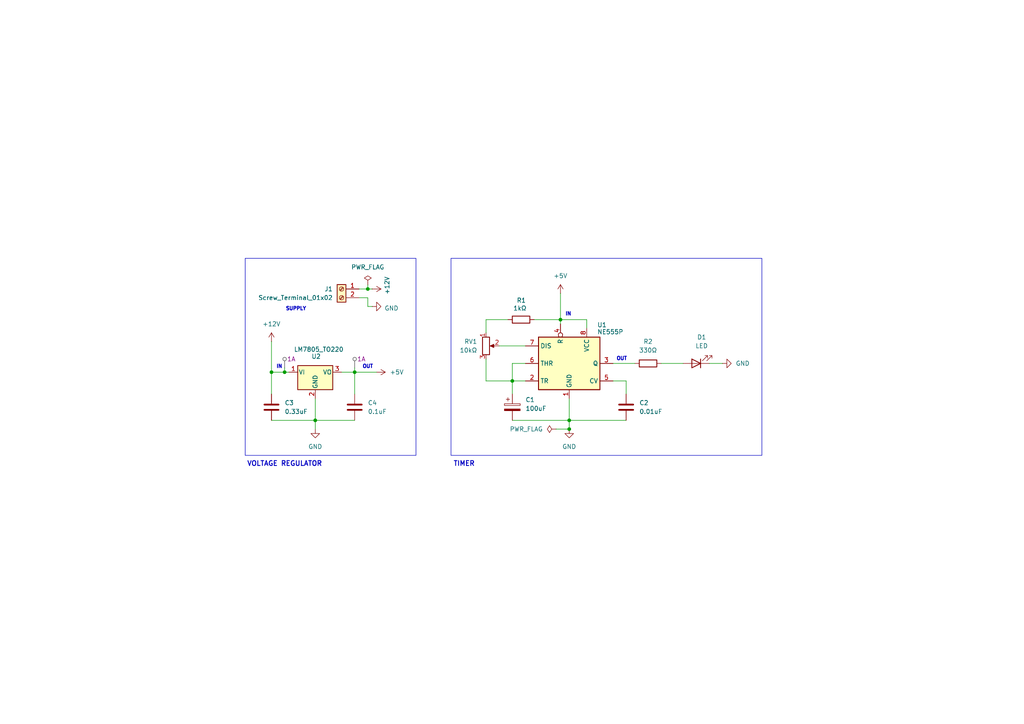
<source format=kicad_sch>
(kicad_sch
	(version 20250114)
	(generator "eeschema")
	(generator_version "9.0")
	(uuid "cf083ec5-339a-454b-bc6b-fb058c843906")
	(paper "A4")
	(title_block
		(title "555-Regulator-Timer")
		(date "12/27/2025")
		(company "Giovanna Lima Barrada")
		(comment 1 "@giovannabarrada")
	)
	(lib_symbols
		(symbol "Connector:Screw_Terminal_01x02"
			(pin_names
				(offset 1.016)
				(hide yes)
			)
			(exclude_from_sim no)
			(in_bom yes)
			(on_board yes)
			(property "Reference" "J"
				(at 0 2.54 0)
				(effects
					(font
						(size 1.27 1.27)
					)
				)
			)
			(property "Value" "Screw_Terminal_01x02"
				(at 0 -5.08 0)
				(effects
					(font
						(size 1.27 1.27)
					)
				)
			)
			(property "Footprint" ""
				(at 0 0 0)
				(effects
					(font
						(size 1.27 1.27)
					)
					(hide yes)
				)
			)
			(property "Datasheet" "~"
				(at 0 0 0)
				(effects
					(font
						(size 1.27 1.27)
					)
					(hide yes)
				)
			)
			(property "Description" "Generic screw terminal, single row, 01x02, script generated (kicad-library-utils/schlib/autogen/connector/)"
				(at 0 0 0)
				(effects
					(font
						(size 1.27 1.27)
					)
					(hide yes)
				)
			)
			(property "ki_keywords" "screw terminal"
				(at 0 0 0)
				(effects
					(font
						(size 1.27 1.27)
					)
					(hide yes)
				)
			)
			(property "ki_fp_filters" "TerminalBlock*:*"
				(at 0 0 0)
				(effects
					(font
						(size 1.27 1.27)
					)
					(hide yes)
				)
			)
			(symbol "Screw_Terminal_01x02_1_1"
				(rectangle
					(start -1.27 1.27)
					(end 1.27 -3.81)
					(stroke
						(width 0.254)
						(type default)
					)
					(fill
						(type background)
					)
				)
				(polyline
					(pts
						(xy -0.5334 0.3302) (xy 0.3302 -0.508)
					)
					(stroke
						(width 0.1524)
						(type default)
					)
					(fill
						(type none)
					)
				)
				(polyline
					(pts
						(xy -0.5334 -2.2098) (xy 0.3302 -3.048)
					)
					(stroke
						(width 0.1524)
						(type default)
					)
					(fill
						(type none)
					)
				)
				(polyline
					(pts
						(xy -0.3556 0.508) (xy 0.508 -0.3302)
					)
					(stroke
						(width 0.1524)
						(type default)
					)
					(fill
						(type none)
					)
				)
				(polyline
					(pts
						(xy -0.3556 -2.032) (xy 0.508 -2.8702)
					)
					(stroke
						(width 0.1524)
						(type default)
					)
					(fill
						(type none)
					)
				)
				(circle
					(center 0 0)
					(radius 0.635)
					(stroke
						(width 0.1524)
						(type default)
					)
					(fill
						(type none)
					)
				)
				(circle
					(center 0 -2.54)
					(radius 0.635)
					(stroke
						(width 0.1524)
						(type default)
					)
					(fill
						(type none)
					)
				)
				(pin passive line
					(at -5.08 0 0)
					(length 3.81)
					(name "Pin_1"
						(effects
							(font
								(size 1.27 1.27)
							)
						)
					)
					(number "1"
						(effects
							(font
								(size 1.27 1.27)
							)
						)
					)
				)
				(pin passive line
					(at -5.08 -2.54 0)
					(length 3.81)
					(name "Pin_2"
						(effects
							(font
								(size 1.27 1.27)
							)
						)
					)
					(number "2"
						(effects
							(font
								(size 1.27 1.27)
							)
						)
					)
				)
			)
			(embedded_fonts no)
		)
		(symbol "Device:C"
			(pin_numbers
				(hide yes)
			)
			(pin_names
				(offset 0.254)
			)
			(exclude_from_sim no)
			(in_bom yes)
			(on_board yes)
			(property "Reference" "C"
				(at 0.635 2.54 0)
				(effects
					(font
						(size 1.27 1.27)
					)
					(justify left)
				)
			)
			(property "Value" "C"
				(at 0.635 -2.54 0)
				(effects
					(font
						(size 1.27 1.27)
					)
					(justify left)
				)
			)
			(property "Footprint" ""
				(at 0.9652 -3.81 0)
				(effects
					(font
						(size 1.27 1.27)
					)
					(hide yes)
				)
			)
			(property "Datasheet" "~"
				(at 0 0 0)
				(effects
					(font
						(size 1.27 1.27)
					)
					(hide yes)
				)
			)
			(property "Description" "Unpolarized capacitor"
				(at 0 0 0)
				(effects
					(font
						(size 1.27 1.27)
					)
					(hide yes)
				)
			)
			(property "ki_keywords" "cap capacitor"
				(at 0 0 0)
				(effects
					(font
						(size 1.27 1.27)
					)
					(hide yes)
				)
			)
			(property "ki_fp_filters" "C_*"
				(at 0 0 0)
				(effects
					(font
						(size 1.27 1.27)
					)
					(hide yes)
				)
			)
			(symbol "C_0_1"
				(polyline
					(pts
						(xy -2.032 0.762) (xy 2.032 0.762)
					)
					(stroke
						(width 0.508)
						(type default)
					)
					(fill
						(type none)
					)
				)
				(polyline
					(pts
						(xy -2.032 -0.762) (xy 2.032 -0.762)
					)
					(stroke
						(width 0.508)
						(type default)
					)
					(fill
						(type none)
					)
				)
			)
			(symbol "C_1_1"
				(pin passive line
					(at 0 3.81 270)
					(length 2.794)
					(name "~"
						(effects
							(font
								(size 1.27 1.27)
							)
						)
					)
					(number "1"
						(effects
							(font
								(size 1.27 1.27)
							)
						)
					)
				)
				(pin passive line
					(at 0 -3.81 90)
					(length 2.794)
					(name "~"
						(effects
							(font
								(size 1.27 1.27)
							)
						)
					)
					(number "2"
						(effects
							(font
								(size 1.27 1.27)
							)
						)
					)
				)
			)
			(embedded_fonts no)
		)
		(symbol "Device:C_Polarized"
			(pin_numbers
				(hide yes)
			)
			(pin_names
				(offset 0.254)
			)
			(exclude_from_sim no)
			(in_bom yes)
			(on_board yes)
			(property "Reference" "C"
				(at 0.635 2.54 0)
				(effects
					(font
						(size 1.27 1.27)
					)
					(justify left)
				)
			)
			(property "Value" "C_Polarized"
				(at 0.635 -2.54 0)
				(effects
					(font
						(size 1.27 1.27)
					)
					(justify left)
				)
			)
			(property "Footprint" ""
				(at 0.9652 -3.81 0)
				(effects
					(font
						(size 1.27 1.27)
					)
					(hide yes)
				)
			)
			(property "Datasheet" "~"
				(at 0 0 0)
				(effects
					(font
						(size 1.27 1.27)
					)
					(hide yes)
				)
			)
			(property "Description" "Polarized capacitor"
				(at 0 0 0)
				(effects
					(font
						(size 1.27 1.27)
					)
					(hide yes)
				)
			)
			(property "ki_keywords" "cap capacitor"
				(at 0 0 0)
				(effects
					(font
						(size 1.27 1.27)
					)
					(hide yes)
				)
			)
			(property "ki_fp_filters" "CP_*"
				(at 0 0 0)
				(effects
					(font
						(size 1.27 1.27)
					)
					(hide yes)
				)
			)
			(symbol "C_Polarized_0_1"
				(rectangle
					(start -2.286 0.508)
					(end 2.286 1.016)
					(stroke
						(width 0)
						(type default)
					)
					(fill
						(type none)
					)
				)
				(polyline
					(pts
						(xy -1.778 2.286) (xy -0.762 2.286)
					)
					(stroke
						(width 0)
						(type default)
					)
					(fill
						(type none)
					)
				)
				(polyline
					(pts
						(xy -1.27 2.794) (xy -1.27 1.778)
					)
					(stroke
						(width 0)
						(type default)
					)
					(fill
						(type none)
					)
				)
				(rectangle
					(start 2.286 -0.508)
					(end -2.286 -1.016)
					(stroke
						(width 0)
						(type default)
					)
					(fill
						(type outline)
					)
				)
			)
			(symbol "C_Polarized_1_1"
				(pin passive line
					(at 0 3.81 270)
					(length 2.794)
					(name "~"
						(effects
							(font
								(size 1.27 1.27)
							)
						)
					)
					(number "1"
						(effects
							(font
								(size 1.27 1.27)
							)
						)
					)
				)
				(pin passive line
					(at 0 -3.81 90)
					(length 2.794)
					(name "~"
						(effects
							(font
								(size 1.27 1.27)
							)
						)
					)
					(number "2"
						(effects
							(font
								(size 1.27 1.27)
							)
						)
					)
				)
			)
			(embedded_fonts no)
		)
		(symbol "Device:LED"
			(pin_numbers
				(hide yes)
			)
			(pin_names
				(offset 1.016)
				(hide yes)
			)
			(exclude_from_sim no)
			(in_bom yes)
			(on_board yes)
			(property "Reference" "D"
				(at 0 2.54 0)
				(effects
					(font
						(size 1.27 1.27)
					)
				)
			)
			(property "Value" "LED"
				(at 0 -2.54 0)
				(effects
					(font
						(size 1.27 1.27)
					)
				)
			)
			(property "Footprint" ""
				(at 0 0 0)
				(effects
					(font
						(size 1.27 1.27)
					)
					(hide yes)
				)
			)
			(property "Datasheet" "~"
				(at 0 0 0)
				(effects
					(font
						(size 1.27 1.27)
					)
					(hide yes)
				)
			)
			(property "Description" "Light emitting diode"
				(at 0 0 0)
				(effects
					(font
						(size 1.27 1.27)
					)
					(hide yes)
				)
			)
			(property "Sim.Pins" "1=K 2=A"
				(at 0 0 0)
				(effects
					(font
						(size 1.27 1.27)
					)
					(hide yes)
				)
			)
			(property "ki_keywords" "LED diode"
				(at 0 0 0)
				(effects
					(font
						(size 1.27 1.27)
					)
					(hide yes)
				)
			)
			(property "ki_fp_filters" "LED* LED_SMD:* LED_THT:*"
				(at 0 0 0)
				(effects
					(font
						(size 1.27 1.27)
					)
					(hide yes)
				)
			)
			(symbol "LED_0_1"
				(polyline
					(pts
						(xy -3.048 -0.762) (xy -4.572 -2.286) (xy -3.81 -2.286) (xy -4.572 -2.286) (xy -4.572 -1.524)
					)
					(stroke
						(width 0)
						(type default)
					)
					(fill
						(type none)
					)
				)
				(polyline
					(pts
						(xy -1.778 -0.762) (xy -3.302 -2.286) (xy -2.54 -2.286) (xy -3.302 -2.286) (xy -3.302 -1.524)
					)
					(stroke
						(width 0)
						(type default)
					)
					(fill
						(type none)
					)
				)
				(polyline
					(pts
						(xy -1.27 0) (xy 1.27 0)
					)
					(stroke
						(width 0)
						(type default)
					)
					(fill
						(type none)
					)
				)
				(polyline
					(pts
						(xy -1.27 -1.27) (xy -1.27 1.27)
					)
					(stroke
						(width 0.254)
						(type default)
					)
					(fill
						(type none)
					)
				)
				(polyline
					(pts
						(xy 1.27 -1.27) (xy 1.27 1.27) (xy -1.27 0) (xy 1.27 -1.27)
					)
					(stroke
						(width 0.254)
						(type default)
					)
					(fill
						(type none)
					)
				)
			)
			(symbol "LED_1_1"
				(pin passive line
					(at -3.81 0 0)
					(length 2.54)
					(name "K"
						(effects
							(font
								(size 1.27 1.27)
							)
						)
					)
					(number "1"
						(effects
							(font
								(size 1.27 1.27)
							)
						)
					)
				)
				(pin passive line
					(at 3.81 0 180)
					(length 2.54)
					(name "A"
						(effects
							(font
								(size 1.27 1.27)
							)
						)
					)
					(number "2"
						(effects
							(font
								(size 1.27 1.27)
							)
						)
					)
				)
			)
			(embedded_fonts no)
		)
		(symbol "Device:R"
			(pin_numbers
				(hide yes)
			)
			(pin_names
				(offset 0)
			)
			(exclude_from_sim no)
			(in_bom yes)
			(on_board yes)
			(property "Reference" "R"
				(at 2.032 0 90)
				(effects
					(font
						(size 1.27 1.27)
					)
				)
			)
			(property "Value" "R"
				(at 0 0 90)
				(effects
					(font
						(size 1.27 1.27)
					)
				)
			)
			(property "Footprint" ""
				(at -1.778 0 90)
				(effects
					(font
						(size 1.27 1.27)
					)
					(hide yes)
				)
			)
			(property "Datasheet" "~"
				(at 0 0 0)
				(effects
					(font
						(size 1.27 1.27)
					)
					(hide yes)
				)
			)
			(property "Description" "Resistor"
				(at 0 0 0)
				(effects
					(font
						(size 1.27 1.27)
					)
					(hide yes)
				)
			)
			(property "ki_keywords" "R res resistor"
				(at 0 0 0)
				(effects
					(font
						(size 1.27 1.27)
					)
					(hide yes)
				)
			)
			(property "ki_fp_filters" "R_*"
				(at 0 0 0)
				(effects
					(font
						(size 1.27 1.27)
					)
					(hide yes)
				)
			)
			(symbol "R_0_1"
				(rectangle
					(start -1.016 -2.54)
					(end 1.016 2.54)
					(stroke
						(width 0.254)
						(type default)
					)
					(fill
						(type none)
					)
				)
			)
			(symbol "R_1_1"
				(pin passive line
					(at 0 3.81 270)
					(length 1.27)
					(name "~"
						(effects
							(font
								(size 1.27 1.27)
							)
						)
					)
					(number "1"
						(effects
							(font
								(size 1.27 1.27)
							)
						)
					)
				)
				(pin passive line
					(at 0 -3.81 90)
					(length 1.27)
					(name "~"
						(effects
							(font
								(size 1.27 1.27)
							)
						)
					)
					(number "2"
						(effects
							(font
								(size 1.27 1.27)
							)
						)
					)
				)
			)
			(embedded_fonts no)
		)
		(symbol "Device:R_Potentiometer"
			(pin_names
				(offset 1.016)
				(hide yes)
			)
			(exclude_from_sim no)
			(in_bom yes)
			(on_board yes)
			(property "Reference" "RV"
				(at -4.445 0 90)
				(effects
					(font
						(size 1.27 1.27)
					)
				)
			)
			(property "Value" "R_Potentiometer"
				(at -2.54 0 90)
				(effects
					(font
						(size 1.27 1.27)
					)
				)
			)
			(property "Footprint" ""
				(at 0 0 0)
				(effects
					(font
						(size 1.27 1.27)
					)
					(hide yes)
				)
			)
			(property "Datasheet" "~"
				(at 0 0 0)
				(effects
					(font
						(size 1.27 1.27)
					)
					(hide yes)
				)
			)
			(property "Description" "Potentiometer"
				(at 0 0 0)
				(effects
					(font
						(size 1.27 1.27)
					)
					(hide yes)
				)
			)
			(property "ki_keywords" "resistor variable"
				(at 0 0 0)
				(effects
					(font
						(size 1.27 1.27)
					)
					(hide yes)
				)
			)
			(property "ki_fp_filters" "Potentiometer*"
				(at 0 0 0)
				(effects
					(font
						(size 1.27 1.27)
					)
					(hide yes)
				)
			)
			(symbol "R_Potentiometer_0_1"
				(rectangle
					(start 1.016 2.54)
					(end -1.016 -2.54)
					(stroke
						(width 0.254)
						(type default)
					)
					(fill
						(type none)
					)
				)
				(polyline
					(pts
						(xy 1.143 0) (xy 2.286 0.508) (xy 2.286 -0.508) (xy 1.143 0)
					)
					(stroke
						(width 0)
						(type default)
					)
					(fill
						(type outline)
					)
				)
				(polyline
					(pts
						(xy 2.54 0) (xy 1.524 0)
					)
					(stroke
						(width 0)
						(type default)
					)
					(fill
						(type none)
					)
				)
			)
			(symbol "R_Potentiometer_1_1"
				(pin passive line
					(at 0 3.81 270)
					(length 1.27)
					(name "1"
						(effects
							(font
								(size 1.27 1.27)
							)
						)
					)
					(number "1"
						(effects
							(font
								(size 1.27 1.27)
							)
						)
					)
				)
				(pin passive line
					(at 0 -3.81 90)
					(length 1.27)
					(name "3"
						(effects
							(font
								(size 1.27 1.27)
							)
						)
					)
					(number "3"
						(effects
							(font
								(size 1.27 1.27)
							)
						)
					)
				)
				(pin passive line
					(at 3.81 0 180)
					(length 1.27)
					(name "2"
						(effects
							(font
								(size 1.27 1.27)
							)
						)
					)
					(number "2"
						(effects
							(font
								(size 1.27 1.27)
							)
						)
					)
				)
			)
			(embedded_fonts no)
		)
		(symbol "Regulator_Linear:LM7805_TO220"
			(pin_names
				(offset 0.254)
			)
			(exclude_from_sim no)
			(in_bom yes)
			(on_board yes)
			(property "Reference" "U"
				(at -3.81 3.175 0)
				(effects
					(font
						(size 1.27 1.27)
					)
				)
			)
			(property "Value" "LM7805_TO220"
				(at 0 3.175 0)
				(effects
					(font
						(size 1.27 1.27)
					)
					(justify left)
				)
			)
			(property "Footprint" "Package_TO_SOT_THT:TO-220-3_Vertical"
				(at 0 5.715 0)
				(effects
					(font
						(size 1.27 1.27)
						(italic yes)
					)
					(hide yes)
				)
			)
			(property "Datasheet" "https://www.onsemi.cn/PowerSolutions/document/MC7800-D.PDF"
				(at 0 -1.27 0)
				(effects
					(font
						(size 1.27 1.27)
					)
					(hide yes)
				)
			)
			(property "Description" "Positive 1A 35V Linear Regulator, Fixed Output 5V, TO-220"
				(at 0 0 0)
				(effects
					(font
						(size 1.27 1.27)
					)
					(hide yes)
				)
			)
			(property "ki_keywords" "Voltage Regulator 1A Positive"
				(at 0 0 0)
				(effects
					(font
						(size 1.27 1.27)
					)
					(hide yes)
				)
			)
			(property "ki_fp_filters" "TO?220*"
				(at 0 0 0)
				(effects
					(font
						(size 1.27 1.27)
					)
					(hide yes)
				)
			)
			(symbol "LM7805_TO220_0_1"
				(rectangle
					(start -5.08 1.905)
					(end 5.08 -5.08)
					(stroke
						(width 0.254)
						(type default)
					)
					(fill
						(type background)
					)
				)
			)
			(symbol "LM7805_TO220_1_1"
				(pin power_in line
					(at -7.62 0 0)
					(length 2.54)
					(name "VI"
						(effects
							(font
								(size 1.27 1.27)
							)
						)
					)
					(number "1"
						(effects
							(font
								(size 1.27 1.27)
							)
						)
					)
				)
				(pin power_in line
					(at 0 -7.62 90)
					(length 2.54)
					(name "GND"
						(effects
							(font
								(size 1.27 1.27)
							)
						)
					)
					(number "2"
						(effects
							(font
								(size 1.27 1.27)
							)
						)
					)
				)
				(pin power_out line
					(at 7.62 0 180)
					(length 2.54)
					(name "VO"
						(effects
							(font
								(size 1.27 1.27)
							)
						)
					)
					(number "3"
						(effects
							(font
								(size 1.27 1.27)
							)
						)
					)
				)
			)
			(embedded_fonts no)
		)
		(symbol "Timer:NE555P"
			(exclude_from_sim no)
			(in_bom yes)
			(on_board yes)
			(property "Reference" "U1"
				(at 8.128 11.176 0)
				(effects
					(font
						(size 1.27 1.27)
					)
					(justify left)
				)
			)
			(property "Value" "NE555P"
				(at 8.128 9.144 0)
				(effects
					(font
						(size 1.27 1.27)
					)
					(justify left)
				)
			)
			(property "Footprint" "Package_DIP:DIP-8_W7.62mm"
				(at 16.51 -10.16 0)
				(effects
					(font
						(size 1.27 1.27)
					)
					(hide yes)
				)
			)
			(property "Datasheet" "http://www.ti.com/lit/ds/symlink/ne555.pdf"
				(at 21.59 -10.16 0)
				(effects
					(font
						(size 1.27 1.27)
					)
					(hide yes)
				)
			)
			(property "Description" "Precision Timers, 555 compatible,  PDIP-8"
				(at 0 0 0)
				(effects
					(font
						(size 1.27 1.27)
					)
					(hide yes)
				)
			)
			(property "ki_keywords" "single timer 555"
				(at 0 0 0)
				(effects
					(font
						(size 1.27 1.27)
					)
					(hide yes)
				)
			)
			(property "ki_fp_filters" "DIP*W7.62mm*"
				(at 0 0 0)
				(effects
					(font
						(size 1.27 1.27)
					)
					(hide yes)
				)
			)
			(symbol "NE555P_0_0"
				(pin power_in line
					(at 0 -10.16 90)
					(length 2.54)
					(name "GND"
						(effects
							(font
								(size 1.27 1.27)
							)
						)
					)
					(number "1"
						(effects
							(font
								(size 1.27 1.27)
							)
						)
					)
				)
				(pin power_in line
					(at 5.08 10.16 270)
					(length 2.54)
					(name "VCC"
						(effects
							(font
								(size 1.27 1.27)
							)
						)
					)
					(number "8"
						(effects
							(font
								(size 1.27 1.27)
							)
						)
					)
				)
			)
			(symbol "NE555P_0_1"
				(rectangle
					(start -8.89 -7.62)
					(end 8.89 7.62)
					(stroke
						(width 0.254)
						(type default)
					)
					(fill
						(type background)
					)
				)
				(rectangle
					(start -8.89 -7.62)
					(end 8.89 7.62)
					(stroke
						(width 0.254)
						(type default)
					)
					(fill
						(type background)
					)
				)
			)
			(symbol "NE555P_1_1"
				(pin input line
					(at -12.7 5.08 0)
					(length 3.81)
					(name "DIS"
						(effects
							(font
								(size 1.27 1.27)
							)
						)
					)
					(number "7"
						(effects
							(font
								(size 1.27 1.27)
							)
						)
					)
				)
				(pin input line
					(at -12.7 0 0)
					(length 3.81)
					(name "THR"
						(effects
							(font
								(size 1.27 1.27)
							)
						)
					)
					(number "6"
						(effects
							(font
								(size 1.27 1.27)
							)
						)
					)
				)
				(pin input line
					(at -12.7 -5.08 0)
					(length 3.81)
					(name "TR"
						(effects
							(font
								(size 1.27 1.27)
							)
						)
					)
					(number "2"
						(effects
							(font
								(size 1.27 1.27)
							)
						)
					)
				)
				(pin input inverted
					(at -2.54 11.43 270)
					(length 3.81)
					(name "R"
						(effects
							(font
								(size 1.27 1.27)
							)
						)
					)
					(number "4"
						(effects
							(font
								(size 1.27 1.27)
							)
						)
					)
				)
				(pin output line
					(at 12.7 0 180)
					(length 3.81)
					(name "Q"
						(effects
							(font
								(size 1.27 1.27)
							)
						)
					)
					(number "3"
						(effects
							(font
								(size 1.27 1.27)
							)
						)
					)
				)
				(pin input line
					(at 12.7 -5.08 180)
					(length 3.81)
					(name "CV"
						(effects
							(font
								(size 1.27 1.27)
							)
						)
					)
					(number "5"
						(effects
							(font
								(size 1.27 1.27)
							)
						)
					)
				)
			)
			(embedded_fonts no)
		)
		(symbol "power:+12V"
			(power)
			(pin_numbers
				(hide yes)
			)
			(pin_names
				(offset 0)
				(hide yes)
			)
			(exclude_from_sim no)
			(in_bom yes)
			(on_board yes)
			(property "Reference" "#PWR"
				(at 0 -3.81 0)
				(effects
					(font
						(size 1.27 1.27)
					)
					(hide yes)
				)
			)
			(property "Value" "+12V"
				(at 0 3.556 0)
				(effects
					(font
						(size 1.27 1.27)
					)
				)
			)
			(property "Footprint" ""
				(at 0 0 0)
				(effects
					(font
						(size 1.27 1.27)
					)
					(hide yes)
				)
			)
			(property "Datasheet" ""
				(at 0 0 0)
				(effects
					(font
						(size 1.27 1.27)
					)
					(hide yes)
				)
			)
			(property "Description" "Power symbol creates a global label with name \"+12V\""
				(at 0 0 0)
				(effects
					(font
						(size 1.27 1.27)
					)
					(hide yes)
				)
			)
			(property "ki_keywords" "global power"
				(at 0 0 0)
				(effects
					(font
						(size 1.27 1.27)
					)
					(hide yes)
				)
			)
			(symbol "+12V_0_1"
				(polyline
					(pts
						(xy -0.762 1.27) (xy 0 2.54)
					)
					(stroke
						(width 0)
						(type default)
					)
					(fill
						(type none)
					)
				)
				(polyline
					(pts
						(xy 0 2.54) (xy 0.762 1.27)
					)
					(stroke
						(width 0)
						(type default)
					)
					(fill
						(type none)
					)
				)
				(polyline
					(pts
						(xy 0 0) (xy 0 2.54)
					)
					(stroke
						(width 0)
						(type default)
					)
					(fill
						(type none)
					)
				)
			)
			(symbol "+12V_1_1"
				(pin power_in line
					(at 0 0 90)
					(length 0)
					(name "~"
						(effects
							(font
								(size 1.27 1.27)
							)
						)
					)
					(number "1"
						(effects
							(font
								(size 1.27 1.27)
							)
						)
					)
				)
			)
			(embedded_fonts no)
		)
		(symbol "power:+5V"
			(power)
			(pin_numbers
				(hide yes)
			)
			(pin_names
				(offset 0)
				(hide yes)
			)
			(exclude_from_sim no)
			(in_bom yes)
			(on_board yes)
			(property "Reference" "#PWR"
				(at 0 -3.81 0)
				(effects
					(font
						(size 1.27 1.27)
					)
					(hide yes)
				)
			)
			(property "Value" "+5V"
				(at 0 3.556 0)
				(effects
					(font
						(size 1.27 1.27)
					)
				)
			)
			(property "Footprint" ""
				(at 0 0 0)
				(effects
					(font
						(size 1.27 1.27)
					)
					(hide yes)
				)
			)
			(property "Datasheet" ""
				(at 0 0 0)
				(effects
					(font
						(size 1.27 1.27)
					)
					(hide yes)
				)
			)
			(property "Description" "Power symbol creates a global label with name \"+5V\""
				(at 0 0 0)
				(effects
					(font
						(size 1.27 1.27)
					)
					(hide yes)
				)
			)
			(property "ki_keywords" "global power"
				(at 0 0 0)
				(effects
					(font
						(size 1.27 1.27)
					)
					(hide yes)
				)
			)
			(symbol "+5V_0_1"
				(polyline
					(pts
						(xy -0.762 1.27) (xy 0 2.54)
					)
					(stroke
						(width 0)
						(type default)
					)
					(fill
						(type none)
					)
				)
				(polyline
					(pts
						(xy 0 2.54) (xy 0.762 1.27)
					)
					(stroke
						(width 0)
						(type default)
					)
					(fill
						(type none)
					)
				)
				(polyline
					(pts
						(xy 0 0) (xy 0 2.54)
					)
					(stroke
						(width 0)
						(type default)
					)
					(fill
						(type none)
					)
				)
			)
			(symbol "+5V_1_1"
				(pin power_in line
					(at 0 0 90)
					(length 0)
					(name "~"
						(effects
							(font
								(size 1.27 1.27)
							)
						)
					)
					(number "1"
						(effects
							(font
								(size 1.27 1.27)
							)
						)
					)
				)
			)
			(embedded_fonts no)
		)
		(symbol "power:GND"
			(power)
			(pin_numbers
				(hide yes)
			)
			(pin_names
				(offset 0)
				(hide yes)
			)
			(exclude_from_sim no)
			(in_bom yes)
			(on_board yes)
			(property "Reference" "#PWR"
				(at 0 -6.35 0)
				(effects
					(font
						(size 1.27 1.27)
					)
					(hide yes)
				)
			)
			(property "Value" "GND"
				(at 0 -3.81 0)
				(effects
					(font
						(size 1.27 1.27)
					)
				)
			)
			(property "Footprint" ""
				(at 0 0 0)
				(effects
					(font
						(size 1.27 1.27)
					)
					(hide yes)
				)
			)
			(property "Datasheet" ""
				(at 0 0 0)
				(effects
					(font
						(size 1.27 1.27)
					)
					(hide yes)
				)
			)
			(property "Description" "Power symbol creates a global label with name \"GND\" , ground"
				(at 0 0 0)
				(effects
					(font
						(size 1.27 1.27)
					)
					(hide yes)
				)
			)
			(property "ki_keywords" "global power"
				(at 0 0 0)
				(effects
					(font
						(size 1.27 1.27)
					)
					(hide yes)
				)
			)
			(symbol "GND_0_1"
				(polyline
					(pts
						(xy 0 0) (xy 0 -1.27) (xy 1.27 -1.27) (xy 0 -2.54) (xy -1.27 -1.27) (xy 0 -1.27)
					)
					(stroke
						(width 0)
						(type default)
					)
					(fill
						(type none)
					)
				)
			)
			(symbol "GND_1_1"
				(pin power_in line
					(at 0 0 270)
					(length 0)
					(name "~"
						(effects
							(font
								(size 1.27 1.27)
							)
						)
					)
					(number "1"
						(effects
							(font
								(size 1.27 1.27)
							)
						)
					)
				)
			)
			(embedded_fonts no)
		)
		(symbol "power:PWR_FLAG"
			(power)
			(pin_numbers
				(hide yes)
			)
			(pin_names
				(offset 0)
				(hide yes)
			)
			(exclude_from_sim no)
			(in_bom yes)
			(on_board yes)
			(property "Reference" "#FLG"
				(at 0 1.905 0)
				(effects
					(font
						(size 1.27 1.27)
					)
					(hide yes)
				)
			)
			(property "Value" "PWR_FLAG"
				(at 0 3.81 0)
				(effects
					(font
						(size 1.27 1.27)
					)
				)
			)
			(property "Footprint" ""
				(at 0 0 0)
				(effects
					(font
						(size 1.27 1.27)
					)
					(hide yes)
				)
			)
			(property "Datasheet" "~"
				(at 0 0 0)
				(effects
					(font
						(size 1.27 1.27)
					)
					(hide yes)
				)
			)
			(property "Description" "Special symbol for telling ERC where power comes from"
				(at 0 0 0)
				(effects
					(font
						(size 1.27 1.27)
					)
					(hide yes)
				)
			)
			(property "ki_keywords" "flag power"
				(at 0 0 0)
				(effects
					(font
						(size 1.27 1.27)
					)
					(hide yes)
				)
			)
			(symbol "PWR_FLAG_0_0"
				(pin power_out line
					(at 0 0 90)
					(length 0)
					(name "~"
						(effects
							(font
								(size 1.27 1.27)
							)
						)
					)
					(number "1"
						(effects
							(font
								(size 1.27 1.27)
							)
						)
					)
				)
			)
			(symbol "PWR_FLAG_0_1"
				(polyline
					(pts
						(xy 0 0) (xy 0 1.27) (xy -1.016 1.905) (xy 0 2.54) (xy 1.016 1.905) (xy 0 1.27)
					)
					(stroke
						(width 0)
						(type default)
					)
					(fill
						(type none)
					)
				)
			)
			(embedded_fonts no)
		)
	)
	(rectangle
		(start 130.81 74.93)
		(end 220.98 132.08)
		(stroke
			(width 0)
			(type default)
		)
		(fill
			(type none)
		)
		(uuid 2a7fc87c-ea98-4af1-a542-7726a383c571)
	)
	(rectangle
		(start 71.12 74.93)
		(end 120.65 132.08)
		(stroke
			(width 0)
			(type default)
		)
		(fill
			(type none)
		)
		(uuid 9fd64e39-5a5c-4692-b5f2-73f4912f93f0)
	)
	(text "VOLTAGE REGULATOR"
		(exclude_from_sim no)
		(at 82.55 134.62 0)
		(effects
			(font
				(size 1.397 1.397)
				(thickness 0.254)
				(bold yes)
			)
		)
		(uuid "1795598b-36c7-4e4f-a5dc-41286093b66d")
	)
	(text "OUT"
		(exclude_from_sim no)
		(at 180.34 104.14 0)
		(effects
			(font
				(size 1.016 1.016)
				(thickness 0.254)
				(bold yes)
			)
		)
		(uuid "73b01948-36c9-4543-90a9-fdcd03226a8d")
	)
	(text "SUPPLY"
		(exclude_from_sim no)
		(at 85.852 89.662 0)
		(effects
			(font
				(size 1.016 1.016)
				(thickness 0.254)
				(bold yes)
			)
		)
		(uuid "92fc5964-1cc5-4e77-afbc-06fef9862e9c")
	)
	(text "IN"
		(exclude_from_sim no)
		(at 164.846 91.186 0)
		(effects
			(font
				(size 1.016 1.016)
				(thickness 0.254)
				(bold yes)
			)
		)
		(uuid "b9e502ea-d149-411a-a718-4c58660f16df")
	)
	(text "IN"
		(exclude_from_sim no)
		(at 81.026 106.426 0)
		(effects
			(font
				(size 1.016 1.016)
				(thickness 0.254)
				(bold yes)
			)
		)
		(uuid "c1eadf6d-7c99-4697-ac89-59cc93dd5ccc")
	)
	(text "OUT\n"
		(exclude_from_sim no)
		(at 106.68 106.426 0)
		(effects
			(font
				(size 1.016 1.016)
				(thickness 0.254)
				(bold yes)
			)
		)
		(uuid "c60be4b0-ede7-448b-aefb-ca189ecb6e1e")
	)
	(text "TIMER\n"
		(exclude_from_sim no)
		(at 134.62 134.62 0)
		(effects
			(font
				(size 1.397 1.397)
				(thickness 0.254)
				(bold yes)
			)
		)
		(uuid "fcd2ce95-c8f2-486e-bf24-6dbaac0484dc")
	)
	(junction
		(at 106.68 83.82)
		(diameter 0)
		(color 0 0 0 0)
		(uuid "056f27d4-177a-496d-a246-64398aae6463")
	)
	(junction
		(at 165.1 124.46)
		(diameter 0)
		(color 0 0 0 0)
		(uuid "0bff1fa1-655b-4bc9-817c-3b4118740fdb")
	)
	(junction
		(at 78.74 107.95)
		(diameter 0)
		(color 0 0 0 0)
		(uuid "5923f17c-c760-4644-8f0d-95877e2788ce")
	)
	(junction
		(at 162.56 92.71)
		(diameter 0)
		(color 0 0 0 0)
		(uuid "69bed16c-6bff-46f0-8954-d09204cc376d")
	)
	(junction
		(at 102.87 107.95)
		(diameter 0)
		(color 0 0 0 0)
		(uuid "787c5d61-3608-45a7-b0ef-c5c0705bebca")
	)
	(junction
		(at 165.1 121.92)
		(diameter 0)
		(color 0 0 0 0)
		(uuid "8227c06e-fb13-4b13-98b3-474c4c2cea94")
	)
	(junction
		(at 91.44 121.92)
		(diameter 0)
		(color 0 0 0 0)
		(uuid "83d60463-0d9a-4496-8f1e-d123787e8153")
	)
	(junction
		(at 82.55 107.95)
		(diameter 0)
		(color 0 0 0 0)
		(uuid "bc46f593-985b-46b9-a4e9-29c0b7d38646")
	)
	(junction
		(at 148.59 110.49)
		(diameter 0)
		(color 0 0 0 0)
		(uuid "d52199c0-d675-4ae3-bef8-4e2b09092b95")
	)
	(wire
		(pts
			(xy 162.56 93.98) (xy 162.56 92.71)
		)
		(stroke
			(width 0)
			(type default)
		)
		(uuid "02e3d2e9-6155-4a71-a9a2-e671040ed971")
	)
	(wire
		(pts
			(xy 78.74 121.92) (xy 91.44 121.92)
		)
		(stroke
			(width 0)
			(type default)
		)
		(uuid "086d27d4-d50a-4fcd-9499-9954b31a2156")
	)
	(wire
		(pts
			(xy 165.1 121.92) (xy 165.1 124.46)
		)
		(stroke
			(width 0)
			(type default)
		)
		(uuid "09a9ae68-f214-46d5-9238-a547f7c4020a")
	)
	(wire
		(pts
			(xy 104.14 83.82) (xy 106.68 83.82)
		)
		(stroke
			(width 0)
			(type default)
		)
		(uuid "0b22821b-c064-4728-ae99-2da4fed5142a")
	)
	(wire
		(pts
			(xy 165.1 121.92) (xy 181.61 121.92)
		)
		(stroke
			(width 0)
			(type default)
		)
		(uuid "0fc4f0c1-b976-45a8-874a-293d07071c39")
	)
	(wire
		(pts
			(xy 148.59 110.49) (xy 152.4 110.49)
		)
		(stroke
			(width 0)
			(type default)
		)
		(uuid "14600b4d-56a0-4014-b089-9e68b0448e58")
	)
	(wire
		(pts
			(xy 106.68 83.82) (xy 107.95 83.82)
		)
		(stroke
			(width 0)
			(type default)
		)
		(uuid "1f555b50-a9fb-48ec-a32b-1c0f721e256e")
	)
	(wire
		(pts
			(xy 91.44 121.92) (xy 102.87 121.92)
		)
		(stroke
			(width 0)
			(type default)
		)
		(uuid "1f8aec1b-4dd1-4047-9126-1b7b5b8e2421")
	)
	(wire
		(pts
			(xy 140.97 92.71) (xy 147.32 92.71)
		)
		(stroke
			(width 0)
			(type default)
		)
		(uuid "2b8b2a48-62c3-4484-9b6a-c54a535b4cf7")
	)
	(wire
		(pts
			(xy 106.68 88.9) (xy 107.95 88.9)
		)
		(stroke
			(width 0)
			(type default)
		)
		(uuid "3bac98e1-01d6-487d-a530-538b9bfc57a6")
	)
	(wire
		(pts
			(xy 106.68 82.55) (xy 106.68 83.82)
		)
		(stroke
			(width 0)
			(type default)
		)
		(uuid "3eaf6513-1a6f-4acb-9c14-094309218a24")
	)
	(wire
		(pts
			(xy 165.1 115.57) (xy 165.1 121.92)
		)
		(stroke
			(width 0)
			(type default)
		)
		(uuid "3ee9c546-7ceb-49f3-bad0-6a12e421b543")
	)
	(wire
		(pts
			(xy 91.44 121.92) (xy 91.44 124.46)
		)
		(stroke
			(width 0)
			(type default)
		)
		(uuid "41a5af95-b459-4207-bbad-cc263304a3da")
	)
	(wire
		(pts
			(xy 177.8 110.49) (xy 181.61 110.49)
		)
		(stroke
			(width 0)
			(type default)
		)
		(uuid "4678f474-4cac-403c-b4f7-17cc738ca2e9")
	)
	(wire
		(pts
			(xy 102.87 106.68) (xy 102.87 107.95)
		)
		(stroke
			(width 0)
			(type default)
		)
		(uuid "52469794-b0db-43e7-9e75-001cc74694a5")
	)
	(wire
		(pts
			(xy 191.77 105.41) (xy 198.12 105.41)
		)
		(stroke
			(width 0)
			(type default)
		)
		(uuid "6103a815-d211-4695-8f3f-3b2961fffd51")
	)
	(wire
		(pts
			(xy 148.59 110.49) (xy 148.59 105.41)
		)
		(stroke
			(width 0)
			(type default)
		)
		(uuid "64ce528f-5191-48f6-a80b-f3d50cf27126")
	)
	(wire
		(pts
			(xy 140.97 104.14) (xy 140.97 110.49)
		)
		(stroke
			(width 0)
			(type default)
		)
		(uuid "6550a7d9-a106-492f-8aca-688a5f10dbac")
	)
	(wire
		(pts
			(xy 102.87 107.95) (xy 109.22 107.95)
		)
		(stroke
			(width 0)
			(type default)
		)
		(uuid "6a86ba2e-9101-4a44-b18f-1fc640998d67")
	)
	(wire
		(pts
			(xy 83.82 107.95) (xy 82.55 107.95)
		)
		(stroke
			(width 0)
			(type default)
		)
		(uuid "6dcee0f4-d618-41dd-8146-8bb15125e452")
	)
	(wire
		(pts
			(xy 82.55 106.68) (xy 82.55 107.95)
		)
		(stroke
			(width 0)
			(type default)
		)
		(uuid "70a71e56-0f58-4928-a292-e6cc633381d1")
	)
	(wire
		(pts
			(xy 78.74 99.06) (xy 78.74 107.95)
		)
		(stroke
			(width 0)
			(type default)
		)
		(uuid "75509a1f-69e0-4d2a-a384-19f2e56821f7")
	)
	(wire
		(pts
			(xy 177.8 105.41) (xy 184.15 105.41)
		)
		(stroke
			(width 0)
			(type default)
		)
		(uuid "78647e33-b7f3-433d-88f8-e455e15d715e")
	)
	(wire
		(pts
			(xy 102.87 107.95) (xy 102.87 114.3)
		)
		(stroke
			(width 0)
			(type default)
		)
		(uuid "82df7bad-eb5e-4f47-8bdf-54eaab487f52")
	)
	(wire
		(pts
			(xy 181.61 110.49) (xy 181.61 114.3)
		)
		(stroke
			(width 0)
			(type default)
		)
		(uuid "82e2ff66-d46f-4d5b-98cf-4fbcad7d4eae")
	)
	(wire
		(pts
			(xy 162.56 85.09) (xy 162.56 92.71)
		)
		(stroke
			(width 0)
			(type default)
		)
		(uuid "973d89b1-69fa-4068-a863-db4b67d5879b")
	)
	(wire
		(pts
			(xy 144.78 100.33) (xy 152.4 100.33)
		)
		(stroke
			(width 0)
			(type default)
		)
		(uuid "99833a77-9788-405c-92ef-c4ca0ed141c1")
	)
	(wire
		(pts
			(xy 154.94 92.71) (xy 162.56 92.71)
		)
		(stroke
			(width 0)
			(type default)
		)
		(uuid "a4973404-f0ac-4e2a-9c5a-0cd2e450303e")
	)
	(wire
		(pts
			(xy 91.44 115.57) (xy 91.44 121.92)
		)
		(stroke
			(width 0)
			(type default)
		)
		(uuid "af025b0b-76a6-45c2-9d42-90fb665a09c3")
	)
	(wire
		(pts
			(xy 148.59 105.41) (xy 152.4 105.41)
		)
		(stroke
			(width 0)
			(type default)
		)
		(uuid "b5f7602d-08b8-4a22-a6a8-b814fb9096e3")
	)
	(wire
		(pts
			(xy 99.06 107.95) (xy 102.87 107.95)
		)
		(stroke
			(width 0)
			(type default)
		)
		(uuid "bf253aa3-eb3a-40a5-be00-c64d1dab24a7")
	)
	(wire
		(pts
			(xy 162.56 92.71) (xy 170.18 92.71)
		)
		(stroke
			(width 0)
			(type default)
		)
		(uuid "c6305aab-4db1-4284-b591-df285005a34e")
	)
	(wire
		(pts
			(xy 106.68 86.36) (xy 104.14 86.36)
		)
		(stroke
			(width 0)
			(type default)
		)
		(uuid "c92f8654-6323-494f-bb26-56b6c0891952")
	)
	(wire
		(pts
			(xy 205.74 105.41) (xy 209.55 105.41)
		)
		(stroke
			(width 0)
			(type default)
		)
		(uuid "cecbe457-2508-4839-9839-d1eb746dcc19")
	)
	(wire
		(pts
			(xy 170.18 92.71) (xy 170.18 95.25)
		)
		(stroke
			(width 0)
			(type default)
		)
		(uuid "cfc843b8-b30d-4abd-9b54-882fb270a40d")
	)
	(wire
		(pts
			(xy 161.29 124.46) (xy 165.1 124.46)
		)
		(stroke
			(width 0)
			(type default)
		)
		(uuid "d263076b-78e2-4d41-90e3-201803050722")
	)
	(wire
		(pts
			(xy 140.97 96.52) (xy 140.97 92.71)
		)
		(stroke
			(width 0)
			(type default)
		)
		(uuid "db59a4a7-c8d3-40d4-8717-e87afddd57c1")
	)
	(wire
		(pts
			(xy 148.59 114.3) (xy 148.59 110.49)
		)
		(stroke
			(width 0)
			(type default)
		)
		(uuid "ddf83e05-1854-4c81-9cd3-3084618c777f")
	)
	(wire
		(pts
			(xy 106.68 88.9) (xy 106.68 86.36)
		)
		(stroke
			(width 0)
			(type default)
		)
		(uuid "e5cdab42-d6ed-4dfc-a3ec-6de0fb1887e2")
	)
	(wire
		(pts
			(xy 140.97 110.49) (xy 148.59 110.49)
		)
		(stroke
			(width 0)
			(type default)
		)
		(uuid "eca0b5ab-ec1d-4d45-9c02-8cabc16d08f9")
	)
	(wire
		(pts
			(xy 82.55 107.95) (xy 78.74 107.95)
		)
		(stroke
			(width 0)
			(type default)
		)
		(uuid "f7292b5a-5f93-493a-a519-9acb909b1e41")
	)
	(wire
		(pts
			(xy 148.59 121.92) (xy 165.1 121.92)
		)
		(stroke
			(width 0)
			(type default)
		)
		(uuid "f8c522e4-f5cf-4fc0-ac07-f06714a37340")
	)
	(wire
		(pts
			(xy 78.74 107.95) (xy 78.74 114.3)
		)
		(stroke
			(width 0)
			(type default)
		)
		(uuid "fb8b8e82-de4f-4270-b1f0-f7ddd0b6ca19")
	)
	(netclass_flag ""
		(length 2.54)
		(shape round)
		(at 102.87 106.68 0)
		(fields_autoplaced yes)
		(effects
			(font
				(size 1.27 1.27)
			)
			(justify left bottom)
		)
		(uuid "105789fc-eec0-47ef-951d-6d14d6086ca9")
		(property "Netclass" "1A"
			(at 103.5685 104.14 0)
			(effects
				(font
					(size 1.27 1.27)
				)
				(justify left)
			)
		)
	)
	(netclass_flag ""
		(length 2.54)
		(shape round)
		(at 82.55 106.68 0)
		(fields_autoplaced yes)
		(effects
			(font
				(size 1.27 1.27)
			)
			(justify left bottom)
		)
		(uuid "a4395e72-bd3d-4f7d-bfd0-6611faaa6af3")
		(property "Netclass" "1A"
			(at 83.2485 104.14 0)
			(effects
				(font
					(size 1.27 1.27)
				)
				(justify left)
			)
		)
		(property "Component Class" ""
			(at -44.45 8.89 0)
			(effects
				(font
					(size 1.27 1.27)
					(italic yes)
				)
			)
		)
	)
	(symbol
		(lib_id "Device:R_Potentiometer")
		(at 140.97 100.33 0)
		(unit 1)
		(exclude_from_sim no)
		(in_bom yes)
		(on_board yes)
		(dnp no)
		(uuid "0de8adcc-2e5e-48b5-83a8-b55980902c3f")
		(property "Reference" "RV1"
			(at 138.43 99.0599 0)
			(effects
				(font
					(size 1.27 1.27)
				)
				(justify right)
			)
		)
		(property "Value" "10kΩ"
			(at 138.43 101.5999 0)
			(effects
				(font
					(size 1.27 1.27)
				)
				(justify right)
			)
		)
		(property "Footprint" "Potentiometer_THT:Potentiometer_Piher_T-16H_Single_Horizontal"
			(at 140.97 100.33 0)
			(effects
				(font
					(size 1.27 1.27)
				)
				(hide yes)
			)
		)
		(property "Datasheet" "~"
			(at 140.97 100.33 0)
			(effects
				(font
					(size 1.27 1.27)
				)
				(hide yes)
			)
		)
		(property "Description" "Potentiometer"
			(at 140.97 100.33 0)
			(effects
				(font
					(size 1.27 1.27)
				)
				(hide yes)
			)
		)
		(pin "3"
			(uuid "98af8eeb-6b42-49bf-8054-e1fcf5a345d7")
		)
		(pin "1"
			(uuid "ab8a1496-4336-40f0-8ddb-bb4507453859")
		)
		(pin "2"
			(uuid "122c8942-ab76-41df-8e1b-279d5f9ad0b4")
		)
		(instances
			(project ""
				(path "/cf083ec5-339a-454b-bc6b-fb058c843906"
					(reference "RV1")
					(unit 1)
				)
			)
		)
	)
	(symbol
		(lib_id "power:GND")
		(at 209.55 105.41 90)
		(unit 1)
		(exclude_from_sim no)
		(in_bom yes)
		(on_board yes)
		(dnp no)
		(fields_autoplaced yes)
		(uuid "11fe43b8-3b9a-4873-b2c4-f82ccb8e40c7")
		(property "Reference" "#PWR02"
			(at 215.9 105.41 0)
			(effects
				(font
					(size 1.27 1.27)
				)
				(hide yes)
			)
		)
		(property "Value" "GND"
			(at 213.36 105.4099 90)
			(effects
				(font
					(size 1.27 1.27)
				)
				(justify right)
			)
		)
		(property "Footprint" ""
			(at 209.55 105.41 0)
			(effects
				(font
					(size 1.27 1.27)
				)
				(hide yes)
			)
		)
		(property "Datasheet" ""
			(at 209.55 105.41 0)
			(effects
				(font
					(size 1.27 1.27)
				)
				(hide yes)
			)
		)
		(property "Description" "Power symbol creates a global label with name \"GND\" , ground"
			(at 209.55 105.41 0)
			(effects
				(font
					(size 1.27 1.27)
				)
				(hide yes)
			)
		)
		(pin "1"
			(uuid "beffb776-644f-4fe8-918a-ccd78d8d2bd0")
		)
		(instances
			(project ""
				(path "/cf083ec5-339a-454b-bc6b-fb058c843906"
					(reference "#PWR02")
					(unit 1)
				)
			)
		)
	)
	(symbol
		(lib_id "power:+12V")
		(at 78.74 99.06 0)
		(unit 1)
		(exclude_from_sim no)
		(in_bom yes)
		(on_board yes)
		(dnp no)
		(fields_autoplaced yes)
		(uuid "2beed306-26e7-4ae3-b2d7-2e7afdfc06b9")
		(property "Reference" "#PWR04"
			(at 78.74 102.87 0)
			(effects
				(font
					(size 1.27 1.27)
				)
				(hide yes)
			)
		)
		(property "Value" "+12V"
			(at 78.74 93.98 0)
			(effects
				(font
					(size 1.27 1.27)
				)
			)
		)
		(property "Footprint" ""
			(at 78.74 99.06 0)
			(effects
				(font
					(size 1.27 1.27)
				)
				(hide yes)
			)
		)
		(property "Datasheet" ""
			(at 78.74 99.06 0)
			(effects
				(font
					(size 1.27 1.27)
				)
				(hide yes)
			)
		)
		(property "Description" "Power symbol creates a global label with name \"+12V\""
			(at 78.74 99.06 0)
			(effects
				(font
					(size 1.27 1.27)
				)
				(hide yes)
			)
		)
		(pin "1"
			(uuid "b68b1ceb-f1c1-4d47-a36e-b3f4e6a03e06")
		)
		(instances
			(project ""
				(path "/cf083ec5-339a-454b-bc6b-fb058c843906"
					(reference "#PWR04")
					(unit 1)
				)
			)
		)
	)
	(symbol
		(lib_id "Device:C")
		(at 78.74 118.11 0)
		(unit 1)
		(exclude_from_sim no)
		(in_bom yes)
		(on_board yes)
		(dnp no)
		(fields_autoplaced yes)
		(uuid "2d5dec52-7c40-42c4-9a87-87523e5e3830")
		(property "Reference" "C3"
			(at 82.55 116.8399 0)
			(effects
				(font
					(size 1.27 1.27)
				)
				(justify left)
			)
		)
		(property "Value" "0.33uF"
			(at 82.55 119.3799 0)
			(effects
				(font
					(size 1.27 1.27)
				)
				(justify left)
			)
		)
		(property "Footprint" "Capacitor_THT:C_Disc_D3.4mm_W2.1mm_P2.50mm"
			(at 79.7052 121.92 0)
			(effects
				(font
					(size 1.27 1.27)
				)
				(hide yes)
			)
		)
		(property "Datasheet" "~"
			(at 78.74 118.11 0)
			(effects
				(font
					(size 1.27 1.27)
				)
				(hide yes)
			)
		)
		(property "Description" "Unpolarized capacitor"
			(at 78.74 118.11 0)
			(effects
				(font
					(size 1.27 1.27)
				)
				(hide yes)
			)
		)
		(pin "2"
			(uuid "c4943ad8-831b-49d7-b1ee-0cc3e857c35d")
		)
		(pin "1"
			(uuid "2a6412a1-685b-467c-a4da-9a818a453352")
		)
		(instances
			(project ""
				(path "/cf083ec5-339a-454b-bc6b-fb058c843906"
					(reference "C3")
					(unit 1)
				)
			)
		)
	)
	(symbol
		(lib_id "Regulator_Linear:LM7805_TO220")
		(at 91.44 107.95 0)
		(unit 1)
		(exclude_from_sim no)
		(in_bom yes)
		(on_board yes)
		(dnp no)
		(uuid "38d98af0-7f6d-4797-88f2-16481a8661b8")
		(property "Reference" "U2"
			(at 91.694 103.378 0)
			(effects
				(font
					(size 1.27 1.27)
				)
			)
		)
		(property "Value" "LM7805_TO220"
			(at 92.456 101.346 0)
			(effects
				(font
					(size 1.27 1.27)
				)
			)
		)
		(property "Footprint" "Package_TO_SOT_THT:TO-220-3_Vertical"
			(at 91.44 102.235 0)
			(effects
				(font
					(size 1.27 1.27)
					(italic yes)
				)
				(hide yes)
			)
		)
		(property "Datasheet" "https://www.onsemi.cn/PowerSolutions/document/MC7800-D.PDF"
			(at 91.44 109.22 0)
			(effects
				(font
					(size 1.27 1.27)
				)
				(hide yes)
			)
		)
		(property "Description" "Positive 1A 35V Linear Regulator, Fixed Output 5V, TO-220"
			(at 91.44 107.95 0)
			(effects
				(font
					(size 1.27 1.27)
				)
				(hide yes)
			)
		)
		(pin "2"
			(uuid "51fa4506-68c0-42c5-b811-1c0b18b0b256")
		)
		(pin "3"
			(uuid "da6c215f-952f-4e06-8a88-f746c1ea11a7")
		)
		(pin "1"
			(uuid "fd66a7b8-51e7-4570-ae68-4d720327a1e9")
		)
		(instances
			(project ""
				(path "/cf083ec5-339a-454b-bc6b-fb058c843906"
					(reference "U2")
					(unit 1)
				)
			)
		)
	)
	(symbol
		(lib_id "Device:C")
		(at 102.87 118.11 0)
		(unit 1)
		(exclude_from_sim no)
		(in_bom yes)
		(on_board yes)
		(dnp no)
		(fields_autoplaced yes)
		(uuid "43a883d8-fc2e-4aab-872e-30edc236dd47")
		(property "Reference" "C4"
			(at 106.68 116.8399 0)
			(effects
				(font
					(size 1.27 1.27)
				)
				(justify left)
			)
		)
		(property "Value" "0.1uF"
			(at 106.68 119.3799 0)
			(effects
				(font
					(size 1.27 1.27)
				)
				(justify left)
			)
		)
		(property "Footprint" "Capacitor_THT:C_Disc_D3.4mm_W2.1mm_P2.50mm"
			(at 103.8352 121.92 0)
			(effects
				(font
					(size 1.27 1.27)
				)
				(hide yes)
			)
		)
		(property "Datasheet" "~"
			(at 102.87 118.11 0)
			(effects
				(font
					(size 1.27 1.27)
				)
				(hide yes)
			)
		)
		(property "Description" "Unpolarized capacitor"
			(at 102.87 118.11 0)
			(effects
				(font
					(size 1.27 1.27)
				)
				(hide yes)
			)
		)
		(pin "2"
			(uuid "a8038c08-e196-4bad-8c7d-1c2e71cf6675")
		)
		(pin "1"
			(uuid "19be51fc-cb21-4571-9854-c4547100c7cb")
		)
		(instances
			(project "555-regulator-timer"
				(path "/cf083ec5-339a-454b-bc6b-fb058c843906"
					(reference "C4")
					(unit 1)
				)
			)
		)
	)
	(symbol
		(lib_id "power:+12V")
		(at 107.95 83.82 270)
		(unit 1)
		(exclude_from_sim no)
		(in_bom yes)
		(on_board yes)
		(dnp no)
		(uuid "463f0283-8b8c-4fa5-a9b4-a3d57eb2c77b")
		(property "Reference" "#PWR05"
			(at 104.14 83.82 0)
			(effects
				(font
					(size 1.27 1.27)
				)
				(hide yes)
			)
		)
		(property "Value" "+12V"
			(at 112.268 82.804 0)
			(effects
				(font
					(size 1.27 1.27)
				)
			)
		)
		(property "Footprint" ""
			(at 107.95 83.82 0)
			(effects
				(font
					(size 1.27 1.27)
				)
				(hide yes)
			)
		)
		(property "Datasheet" ""
			(at 107.95 83.82 0)
			(effects
				(font
					(size 1.27 1.27)
				)
				(hide yes)
			)
		)
		(property "Description" "Power symbol creates a global label with name \"+12V\""
			(at 107.95 83.82 0)
			(effects
				(font
					(size 1.27 1.27)
				)
				(hide yes)
			)
		)
		(pin "1"
			(uuid "67cf5109-bbc7-4991-8f25-ea61fd0fecb7")
		)
		(instances
			(project ""
				(path "/cf083ec5-339a-454b-bc6b-fb058c843906"
					(reference "#PWR05")
					(unit 1)
				)
			)
		)
	)
	(symbol
		(lib_id "Timer:NE555P")
		(at 165.1 105.41 0)
		(unit 1)
		(exclude_from_sim no)
		(in_bom yes)
		(on_board yes)
		(dnp no)
		(uuid "6c7fdbdf-93e5-464b-8a10-0bf111b7a1a5")
		(property "Reference" "U1"
			(at 173.228 94.234 0)
			(effects
				(font
					(size 1.27 1.27)
				)
				(justify left)
			)
		)
		(property "Value" "NE555P"
			(at 173.228 96.266 0)
			(effects
				(font
					(size 1.27 1.27)
				)
				(justify left)
			)
		)
		(property "Footprint" "Package_DIP:DIP-8_W7.62mm"
			(at 181.61 115.57 0)
			(effects
				(font
					(size 1.27 1.27)
				)
				(hide yes)
			)
		)
		(property "Datasheet" "http://www.ti.com/lit/ds/symlink/ne555.pdf"
			(at 186.69 115.57 0)
			(effects
				(font
					(size 1.27 1.27)
				)
				(hide yes)
			)
		)
		(property "Description" "Precision Timers, 555 compatible,  PDIP-8"
			(at 165.1 105.41 0)
			(effects
				(font
					(size 1.27 1.27)
				)
				(hide yes)
			)
		)
		(pin "8"
			(uuid "938bf717-3140-4d74-a403-7209175ea787")
		)
		(pin "1"
			(uuid "f642501c-1331-43c8-9c50-a4c90d489606")
		)
		(pin "4"
			(uuid "a955b94f-e911-49b8-a3ab-cf61e59fadb5")
		)
		(pin "5"
			(uuid "2ca66e23-a74d-4fe7-87e8-9643548d95ae")
		)
		(pin "2"
			(uuid "eae5cb41-cf27-4ec6-ae45-582d67ac2603")
		)
		(pin "3"
			(uuid "397b51da-f569-474a-869e-9db63e47a22f")
		)
		(pin "6"
			(uuid "b7eedba6-b777-48a1-b266-1afa02c9b48d")
		)
		(pin "7"
			(uuid "6de548a7-91ea-4380-a5a3-cfc088e510c3")
		)
		(instances
			(project ""
				(path "/cf083ec5-339a-454b-bc6b-fb058c843906"
					(reference "U1")
					(unit 1)
				)
			)
		)
	)
	(symbol
		(lib_id "power:PWR_FLAG")
		(at 161.29 124.46 90)
		(unit 1)
		(exclude_from_sim no)
		(in_bom yes)
		(on_board yes)
		(dnp no)
		(fields_autoplaced yes)
		(uuid "815ab5f8-ea9f-468d-8fa5-25d08523475c")
		(property "Reference" "#FLG02"
			(at 159.385 124.46 0)
			(effects
				(font
					(size 1.27 1.27)
				)
				(hide yes)
			)
		)
		(property "Value" "PWR_FLAG"
			(at 157.48 124.4599 90)
			(effects
				(font
					(size 1.27 1.27)
				)
				(justify left)
			)
		)
		(property "Footprint" ""
			(at 161.29 124.46 0)
			(effects
				(font
					(size 1.27 1.27)
				)
				(hide yes)
			)
		)
		(property "Datasheet" "~"
			(at 161.29 124.46 0)
			(effects
				(font
					(size 1.27 1.27)
				)
				(hide yes)
			)
		)
		(property "Description" "Special symbol for telling ERC where power comes from"
			(at 161.29 124.46 0)
			(effects
				(font
					(size 1.27 1.27)
				)
				(hide yes)
			)
		)
		(pin "1"
			(uuid "ea68167b-0343-4a76-8f8f-4bf4f2c428a4")
		)
		(instances
			(project ""
				(path "/cf083ec5-339a-454b-bc6b-fb058c843906"
					(reference "#FLG02")
					(unit 1)
				)
			)
		)
	)
	(symbol
		(lib_id "power:PWR_FLAG")
		(at 106.68 82.55 0)
		(unit 1)
		(exclude_from_sim no)
		(in_bom yes)
		(on_board yes)
		(dnp no)
		(fields_autoplaced yes)
		(uuid "886e43f1-2700-4ada-95cf-2b2cdb76ef8a")
		(property "Reference" "#FLG01"
			(at 106.68 80.645 0)
			(effects
				(font
					(size 1.27 1.27)
				)
				(hide yes)
			)
		)
		(property "Value" "PWR_FLAG"
			(at 106.68 77.47 0)
			(effects
				(font
					(size 1.27 1.27)
				)
			)
		)
		(property "Footprint" ""
			(at 106.68 82.55 0)
			(effects
				(font
					(size 1.27 1.27)
				)
				(hide yes)
			)
		)
		(property "Datasheet" "~"
			(at 106.68 82.55 0)
			(effects
				(font
					(size 1.27 1.27)
				)
				(hide yes)
			)
		)
		(property "Description" "Special symbol for telling ERC where power comes from"
			(at 106.68 82.55 0)
			(effects
				(font
					(size 1.27 1.27)
				)
				(hide yes)
			)
		)
		(pin "1"
			(uuid "8f8bafcd-d3d9-4c6e-a018-ef244f56b077")
		)
		(instances
			(project ""
				(path "/cf083ec5-339a-454b-bc6b-fb058c843906"
					(reference "#FLG01")
					(unit 1)
				)
			)
		)
	)
	(symbol
		(lib_id "power:GND")
		(at 165.1 124.46 0)
		(unit 1)
		(exclude_from_sim no)
		(in_bom yes)
		(on_board yes)
		(dnp no)
		(fields_autoplaced yes)
		(uuid "901389c3-1bfa-4c31-b53b-0fb4f7036fe1")
		(property "Reference" "#PWR01"
			(at 165.1 130.81 0)
			(effects
				(font
					(size 1.27 1.27)
				)
				(hide yes)
			)
		)
		(property "Value" "GND"
			(at 165.1 129.54 0)
			(effects
				(font
					(size 1.27 1.27)
				)
			)
		)
		(property "Footprint" ""
			(at 165.1 124.46 0)
			(effects
				(font
					(size 1.27 1.27)
				)
				(hide yes)
			)
		)
		(property "Datasheet" ""
			(at 165.1 124.46 0)
			(effects
				(font
					(size 1.27 1.27)
				)
				(hide yes)
			)
		)
		(property "Description" "Power symbol creates a global label with name \"GND\" , ground"
			(at 165.1 124.46 0)
			(effects
				(font
					(size 1.27 1.27)
				)
				(hide yes)
			)
		)
		(pin "1"
			(uuid "c9f3b45e-d2d9-4719-82d8-e393de0e2806")
		)
		(instances
			(project ""
				(path "/cf083ec5-339a-454b-bc6b-fb058c843906"
					(reference "#PWR01")
					(unit 1)
				)
			)
		)
	)
	(symbol
		(lib_id "Device:R")
		(at 151.13 92.71 270)
		(mirror x)
		(unit 1)
		(exclude_from_sim no)
		(in_bom yes)
		(on_board yes)
		(dnp no)
		(uuid "91cd25fa-2edc-4823-adc1-552c1849ea87")
		(property "Reference" "R1"
			(at 149.86 87.122 90)
			(effects
				(font
					(size 1.27 1.27)
				)
				(justify left)
			)
		)
		(property "Value" "1kΩ"
			(at 148.844 89.4081 90)
			(do_not_autoplace yes)
			(effects
				(font
					(size 1.27 1.27)
				)
				(justify left)
			)
		)
		(property "Footprint" "Resistor_THT:R_Axial_DIN0207_L6.3mm_D2.5mm_P10.16mm_Horizontal"
			(at 151.13 94.488 90)
			(effects
				(font
					(size 1.27 1.27)
				)
				(hide yes)
			)
		)
		(property "Datasheet" "~"
			(at 151.13 92.71 0)
			(effects
				(font
					(size 1.27 1.27)
				)
				(hide yes)
			)
		)
		(property "Description" "Resistor"
			(at 151.13 92.71 0)
			(effects
				(font
					(size 1.27 1.27)
				)
				(hide yes)
			)
		)
		(pin "1"
			(uuid "ddf218ff-1095-44fe-bca2-deac004628f8")
		)
		(pin "2"
			(uuid "de409fb4-97f7-421a-9253-4f253c8c7fe0")
		)
		(instances
			(project ""
				(path "/cf083ec5-339a-454b-bc6b-fb058c843906"
					(reference "R1")
					(unit 1)
				)
			)
		)
	)
	(symbol
		(lib_id "Device:LED")
		(at 201.93 105.41 180)
		(unit 1)
		(exclude_from_sim no)
		(in_bom yes)
		(on_board yes)
		(dnp no)
		(fields_autoplaced yes)
		(uuid "97730692-176f-4370-b460-294bfee7dea9")
		(property "Reference" "D1"
			(at 203.5175 97.79 0)
			(effects
				(font
					(size 1.27 1.27)
				)
			)
		)
		(property "Value" "LED"
			(at 203.5175 100.33 0)
			(effects
				(font
					(size 1.27 1.27)
				)
			)
		)
		(property "Footprint" "LED_THT:LED_D5.0mm"
			(at 201.93 105.41 0)
			(effects
				(font
					(size 1.27 1.27)
				)
				(hide yes)
			)
		)
		(property "Datasheet" "~"
			(at 201.93 105.41 0)
			(effects
				(font
					(size 1.27 1.27)
				)
				(hide yes)
			)
		)
		(property "Description" "Light emitting diode"
			(at 201.93 105.41 0)
			(effects
				(font
					(size 1.27 1.27)
				)
				(hide yes)
			)
		)
		(property "Sim.Pins" "1=K 2=A"
			(at 201.93 105.41 0)
			(effects
				(font
					(size 1.27 1.27)
				)
				(hide yes)
			)
		)
		(pin "1"
			(uuid "659d5192-df60-4625-a4b8-3abd9b0b915c")
		)
		(pin "2"
			(uuid "0e7fb2ca-9492-4dfb-a7f8-83279f582479")
		)
		(instances
			(project ""
				(path "/cf083ec5-339a-454b-bc6b-fb058c843906"
					(reference "D1")
					(unit 1)
				)
			)
		)
	)
	(symbol
		(lib_id "Device:C")
		(at 181.61 118.11 0)
		(unit 1)
		(exclude_from_sim no)
		(in_bom yes)
		(on_board yes)
		(dnp no)
		(uuid "a7124351-e9bd-48ed-8a48-cc48188693c0")
		(property "Reference" "C2"
			(at 185.42 116.8399 0)
			(effects
				(font
					(size 1.27 1.27)
				)
				(justify left)
			)
		)
		(property "Value" "0.01uF"
			(at 185.42 119.3799 0)
			(effects
				(font
					(size 1.27 1.27)
				)
				(justify left)
			)
		)
		(property "Footprint" "Capacitor_THT:C_Disc_D3.0mm_W2.0mm_P2.50mm"
			(at 182.5752 121.92 0)
			(effects
				(font
					(size 1.27 1.27)
				)
				(hide yes)
			)
		)
		(property "Datasheet" "~"
			(at 181.61 118.11 0)
			(effects
				(font
					(size 1.27 1.27)
				)
				(hide yes)
			)
		)
		(property "Description" "Unpolarized capacitor"
			(at 181.61 118.11 0)
			(effects
				(font
					(size 1.27 1.27)
				)
				(hide yes)
			)
		)
		(pin "2"
			(uuid "0631da73-087e-4d49-98e1-df1e27b735ec")
		)
		(pin "1"
			(uuid "89a93bdb-fdf7-4797-9d18-02a63ac052a4")
		)
		(instances
			(project ""
				(path "/cf083ec5-339a-454b-bc6b-fb058c843906"
					(reference "C2")
					(unit 1)
				)
			)
		)
	)
	(symbol
		(lib_id "Device:R")
		(at 187.96 105.41 90)
		(unit 1)
		(exclude_from_sim no)
		(in_bom yes)
		(on_board yes)
		(dnp no)
		(fields_autoplaced yes)
		(uuid "babf30c0-46a0-4375-9bcb-2d4b939b80ea")
		(property "Reference" "R2"
			(at 187.96 99.06 90)
			(effects
				(font
					(size 1.27 1.27)
				)
			)
		)
		(property "Value" "330Ω"
			(at 187.96 101.6 90)
			(effects
				(font
					(size 1.27 1.27)
				)
			)
		)
		(property "Footprint" "Resistor_THT:R_Axial_DIN0207_L6.3mm_D2.5mm_P10.16mm_Horizontal"
			(at 187.96 107.188 90)
			(effects
				(font
					(size 1.27 1.27)
				)
				(hide yes)
			)
		)
		(property "Datasheet" "~"
			(at 187.96 105.41 0)
			(effects
				(font
					(size 1.27 1.27)
				)
				(hide yes)
			)
		)
		(property "Description" "Resistor"
			(at 187.96 105.41 0)
			(effects
				(font
					(size 1.27 1.27)
				)
				(hide yes)
			)
		)
		(pin "1"
			(uuid "cfdc2ed1-2022-40e3-8eab-a9e449c27d92")
		)
		(pin "2"
			(uuid "e688c5c9-ecde-4168-b13b-ff0718413ecd")
		)
		(instances
			(project "555-regulator-timer"
				(path "/cf083ec5-339a-454b-bc6b-fb058c843906"
					(reference "R2")
					(unit 1)
				)
			)
		)
	)
	(symbol
		(lib_id "Device:C_Polarized")
		(at 148.59 118.11 0)
		(unit 1)
		(exclude_from_sim no)
		(in_bom yes)
		(on_board yes)
		(dnp no)
		(fields_autoplaced yes)
		(uuid "baefade1-fbd2-4b6b-a369-014ec0495a86")
		(property "Reference" "C1"
			(at 152.4 115.9509 0)
			(effects
				(font
					(size 1.27 1.27)
				)
				(justify left)
			)
		)
		(property "Value" "100uF"
			(at 152.4 118.4909 0)
			(effects
				(font
					(size 1.27 1.27)
				)
				(justify left)
			)
		)
		(property "Footprint" "Capacitor_THT:CP_Radial_D5.0mm_P2.50mm"
			(at 149.5552 121.92 0)
			(effects
				(font
					(size 1.27 1.27)
				)
				(hide yes)
			)
		)
		(property "Datasheet" "~"
			(at 148.59 118.11 0)
			(effects
				(font
					(size 1.27 1.27)
				)
				(hide yes)
			)
		)
		(property "Description" "Polarized capacitor"
			(at 148.59 118.11 0)
			(effects
				(font
					(size 1.27 1.27)
				)
				(hide yes)
			)
		)
		(pin "2"
			(uuid "af92f2a8-49f6-4488-93b8-b75fd7afe4eb")
		)
		(pin "1"
			(uuid "5de03965-d1e5-4d9d-a4b3-d9a36aae494c")
		)
		(instances
			(project ""
				(path "/cf083ec5-339a-454b-bc6b-fb058c843906"
					(reference "C1")
					(unit 1)
				)
			)
		)
	)
	(symbol
		(lib_id "power:+5V")
		(at 162.56 85.09 0)
		(unit 1)
		(exclude_from_sim no)
		(in_bom yes)
		(on_board yes)
		(dnp no)
		(fields_autoplaced yes)
		(uuid "dcda2388-0c3b-4bcc-b46a-58d38bc9acef")
		(property "Reference" "#PWR08"
			(at 162.56 88.9 0)
			(effects
				(font
					(size 1.27 1.27)
				)
				(hide yes)
			)
		)
		(property "Value" "+5V"
			(at 162.56 80.01 0)
			(effects
				(font
					(size 1.27 1.27)
				)
			)
		)
		(property "Footprint" ""
			(at 162.56 85.09 0)
			(effects
				(font
					(size 1.27 1.27)
				)
				(hide yes)
			)
		)
		(property "Datasheet" ""
			(at 162.56 85.09 0)
			(effects
				(font
					(size 1.27 1.27)
				)
				(hide yes)
			)
		)
		(property "Description" "Power symbol creates a global label with name \"+5V\""
			(at 162.56 85.09 0)
			(effects
				(font
					(size 1.27 1.27)
				)
				(hide yes)
			)
		)
		(pin "1"
			(uuid "aee0f289-850f-4c8f-b917-8af0d0d69c5c")
		)
		(instances
			(project ""
				(path "/cf083ec5-339a-454b-bc6b-fb058c843906"
					(reference "#PWR08")
					(unit 1)
				)
			)
		)
	)
	(symbol
		(lib_id "Connector:Screw_Terminal_01x02")
		(at 99.06 83.82 0)
		(mirror y)
		(unit 1)
		(exclude_from_sim no)
		(in_bom yes)
		(on_board yes)
		(dnp no)
		(uuid "e0cf013e-24c2-496e-9f66-7be23795df78")
		(property "Reference" "J1"
			(at 96.52 83.8199 0)
			(effects
				(font
					(size 1.27 1.27)
				)
				(justify left)
			)
		)
		(property "Value" "Screw_Terminal_01x02"
			(at 96.52 86.3599 0)
			(effects
				(font
					(size 1.27 1.27)
				)
				(justify left)
			)
		)
		(property "Footprint" "TerminalBlock_Phoenix:TerminalBlock_Phoenix_MKDS-1,5-2-5.08_1x02_P5.08mm_Horizontal"
			(at 99.06 83.82 0)
			(effects
				(font
					(size 1.27 1.27)
				)
				(hide yes)
			)
		)
		(property "Datasheet" "~"
			(at 99.06 83.82 0)
			(effects
				(font
					(size 1.27 1.27)
				)
				(hide yes)
			)
		)
		(property "Description" "Generic screw terminal, single row, 01x02, script generated (kicad-library-utils/schlib/autogen/connector/)"
			(at 99.06 83.82 0)
			(effects
				(font
					(size 1.27 1.27)
				)
				(hide yes)
			)
		)
		(pin "1"
			(uuid "4e301800-4418-4904-8aab-0c351916dd21")
		)
		(pin "2"
			(uuid "d7b8228e-79e9-44bb-9494-725f1586e3f9")
		)
		(instances
			(project ""
				(path "/cf083ec5-339a-454b-bc6b-fb058c843906"
					(reference "J1")
					(unit 1)
				)
			)
		)
	)
	(symbol
		(lib_id "power:+5V")
		(at 109.22 107.95 270)
		(unit 1)
		(exclude_from_sim no)
		(in_bom yes)
		(on_board yes)
		(dnp no)
		(fields_autoplaced yes)
		(uuid "e9d10344-c2c8-4dda-b0f7-bbe7c0f57b6d")
		(property "Reference" "#PWR07"
			(at 105.41 107.95 0)
			(effects
				(font
					(size 1.27 1.27)
				)
				(hide yes)
			)
		)
		(property "Value" "+5V"
			(at 113.03 107.9499 90)
			(effects
				(font
					(size 1.27 1.27)
				)
				(justify left)
			)
		)
		(property "Footprint" ""
			(at 109.22 107.95 0)
			(effects
				(font
					(size 1.27 1.27)
				)
				(hide yes)
			)
		)
		(property "Datasheet" ""
			(at 109.22 107.95 0)
			(effects
				(font
					(size 1.27 1.27)
				)
				(hide yes)
			)
		)
		(property "Description" "Power symbol creates a global label with name \"+5V\""
			(at 109.22 107.95 0)
			(effects
				(font
					(size 1.27 1.27)
				)
				(hide yes)
			)
		)
		(pin "1"
			(uuid "1772cc97-1f89-4c30-87d1-0a4ddbc26d93")
		)
		(instances
			(project ""
				(path "/cf083ec5-339a-454b-bc6b-fb058c843906"
					(reference "#PWR07")
					(unit 1)
				)
			)
		)
	)
	(symbol
		(lib_id "power:GND")
		(at 91.44 124.46 0)
		(unit 1)
		(exclude_from_sim no)
		(in_bom yes)
		(on_board yes)
		(dnp no)
		(fields_autoplaced yes)
		(uuid "ea9b7a41-16a4-4929-895c-1865dda8684e")
		(property "Reference" "#PWR03"
			(at 91.44 130.81 0)
			(effects
				(font
					(size 1.27 1.27)
				)
				(hide yes)
			)
		)
		(property "Value" "GND"
			(at 91.44 129.54 0)
			(effects
				(font
					(size 1.27 1.27)
				)
			)
		)
		(property "Footprint" ""
			(at 91.44 124.46 0)
			(effects
				(font
					(size 1.27 1.27)
				)
				(hide yes)
			)
		)
		(property "Datasheet" ""
			(at 91.44 124.46 0)
			(effects
				(font
					(size 1.27 1.27)
				)
				(hide yes)
			)
		)
		(property "Description" "Power symbol creates a global label with name \"GND\" , ground"
			(at 91.44 124.46 0)
			(effects
				(font
					(size 1.27 1.27)
				)
				(hide yes)
			)
		)
		(pin "1"
			(uuid "8b13c21f-ccd1-4638-87a9-d65a819b54d7")
		)
		(instances
			(project ""
				(path "/cf083ec5-339a-454b-bc6b-fb058c843906"
					(reference "#PWR03")
					(unit 1)
				)
			)
		)
	)
	(symbol
		(lib_id "power:GND")
		(at 107.95 88.9 90)
		(unit 1)
		(exclude_from_sim no)
		(in_bom yes)
		(on_board yes)
		(dnp no)
		(uuid "f69bf2a0-2be8-4b93-998e-2e453dc47a63")
		(property "Reference" "#PWR06"
			(at 114.3 88.9 0)
			(effects
				(font
					(size 1.27 1.27)
				)
				(hide yes)
			)
		)
		(property "Value" "GND"
			(at 111.506 89.408 90)
			(effects
				(font
					(size 1.27 1.27)
				)
				(justify right)
			)
		)
		(property "Footprint" ""
			(at 107.95 88.9 0)
			(effects
				(font
					(size 1.27 1.27)
				)
				(hide yes)
			)
		)
		(property "Datasheet" ""
			(at 107.95 88.9 0)
			(effects
				(font
					(size 1.27 1.27)
				)
				(hide yes)
			)
		)
		(property "Description" "Power symbol creates a global label with name \"GND\" , ground"
			(at 107.95 88.9 0)
			(effects
				(font
					(size 1.27 1.27)
				)
				(hide yes)
			)
		)
		(pin "1"
			(uuid "9534d9dc-2635-45f7-a255-2fbc9cf1fe34")
		)
		(instances
			(project ""
				(path "/cf083ec5-339a-454b-bc6b-fb058c843906"
					(reference "#PWR06")
					(unit 1)
				)
			)
		)
	)
	(sheet_instances
		(path "/"
			(page "1")
		)
	)
	(embedded_fonts no)
)

</source>
